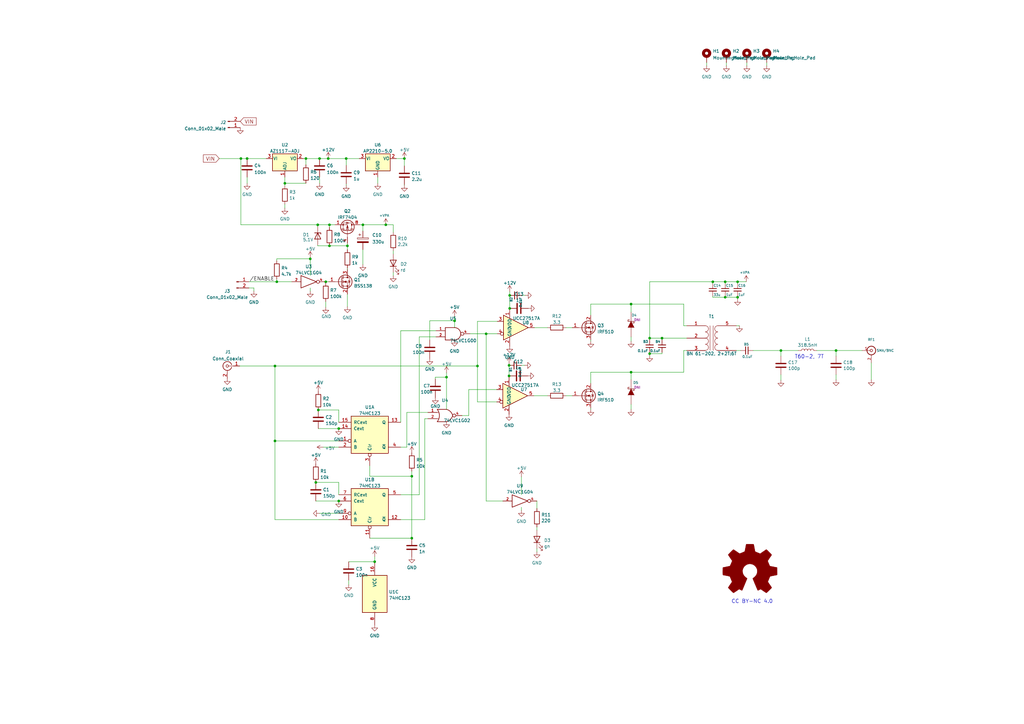
<source format=kicad_sch>
(kicad_sch (version 20230121) (generator eeschema)
  (paper "A3")
  (title_block (title "Digital PA") (date "2023-09-09") (rev "2.0") (company "Henning Paul DC4HP, hnch@gmx.net") (comment 1 "Licensed under CC BY-NC 4.0") (comment 2 "https://creativecommons.org/licenses/by-nc/4.0/"))
  (lib_symbols
    (symbol "74xGxx:74LVC1G00" (pin_names (offset 1.016))
      (property "Reference" "U" (at -2.54 3.81 0))
      (property "Value" "74LVC1G00" (at 0 -3.81 0))
      (symbol "74LVC1G00_1_1"
        (pin input line (at -7.62 1.27 0) (length 3.81) (name "~") (number "1"))
        (pin input line (at -7.62 -1.27 0) (length 3.81) (name "~") (number "2"))
        (pin power_in line (at 0 -2.54 270) (length 0) hide (name "GND") (number "3"))
        (pin output inverted (at 6.35 0 180) (length 3.81) (name "~") (number "4"))
        (pin power_in line (at 0 2.54 90) (length 0) hide (name "VCC") (number "5"))
      )
    )
    (symbol "74xGxx:74LVC1G02" (pin_names (offset 1.016))
      (property "Reference" "U" (at -2.54 3.81 0))
      (property "Value" "74LVC1G02" (at 0 -3.81 0))
      (symbol "74LVC1G02_1_1"
        (pin input line (at -7.62 1.27 0) (length 3.81) (name "~") (number "1"))
        (pin input line (at -7.62 -1.27 0) (length 3.81) (name "~") (number "2"))
        (pin power_in line (at 0 -2.54 270) (length 0) hide (name "GND") (number "3"))
        (pin output inverted (at 6.35 0 180) (length 3.81) (name "~") (number "4"))
        (pin power_in line (at 0 2.54 90) (length 0) hide (name "VCC") (number "5"))
      )
    )
    (symbol "74xGxx:74LVC1G04" (pin_names (offset 1.016))
      (property "Reference" "U" (at -2.54 3.81 0))
      (property "Value" "74LVC1G04" (at 0 -3.81 0))
      (symbol "74LVC1G04_1_1"
        (pin input line (at -7.62 0 0) (length 3.81) (name "~") (number "2"))
        (pin power_in line (at 0 -2.54 270) (length 0) hide (name "GND") (number "3"))
        (pin output inverted (at 6.35 0 180) (length 3.81) (name "~") (number "4"))
        (pin power_in line (at 0 2.54 90) (length 0) hide (name "VCC") (number "5"))
      )
    )
    (symbol "74xx:74HC123" (pin_names (offset 1.016))
      (property "Reference" "U" (at -7.62 8.89 0))
      (property "Value" "74HC123" (at -7.62 -8.89 0))
      (symbol "74HC123_1_0"
        (pin input inverted (at -12.7 -2.54 0) (length 5.08) (name "A") (number "1"))
        (pin output line (at 12.7 5.08 180) (length 5.08) (name "Q") (number "13"))
        (pin input line (at -12.7 2.54 0) (length 5.08) (name "Cext") (number "14"))
        (pin input line (at -12.7 5.08 0) (length 5.08) (name "RCext") (number "15"))
        (pin input line (at -12.7 -5.08 0) (length 5.08) (name "B") (number "2"))
        (pin input inverted (at 0 -12.7 90) (length 5.08) (name "Clr") (number "3"))
        (pin output line (at 12.7 -5.08 180) (length 5.08) (name "~{Q}") (number "4"))
      )
      (symbol "74HC123_2_0"
        (pin input line (at -12.7 -5.08 0) (length 5.08) (name "B") (number "10"))
        (pin input inverted (at 0 -12.7 90) (length 5.08) (name "Clr") (number "11"))
        (pin output line (at 12.7 -5.08 180) (length 5.08) (name "~{Q}") (number "12"))
        (pin output line (at 12.7 5.08 180) (length 5.08) (name "Q") (number "5"))
        (pin input line (at -12.7 2.54 0) (length 5.08) (name "Cext") (number "6"))
        (pin input line (at -12.7 5.08 0) (length 5.08) (name "RCext") (number "7"))
        (pin input inverted (at -12.7 -2.54 0) (length 5.08) (name "A") (number "9"))
      )
      (symbol "74HC123_3_0"
        (pin power_in line (at 0 12.7 270) (length 5.08) (name "VCC") (number "16"))
        (pin power_in line (at 0 -12.7 90) (length 5.08) (name "GND") (number "8"))
      )
    )
    (symbol "Connector:Conn_01x02_Male" (pin_names (offset 1.016) hide)
      (property "Reference" "J" (at 0 2.54 0))
      (property "Value" "Conn_01x02_Male" (at 0 -5.08 0))
      (symbol "Conn_01x02_Male_1_1"
        (pin passive line (at 5.08 0 180) (length 3.81) (name "Pin_1") (number "1"))
        (pin passive line (at 5.08 -2.54 180) (length 3.81) (name "Pin_2") (number "2"))
      )
    )
    (symbol "Connector:Conn_Coaxial" (pin_names (offset 1.016) hide)
      (property "Reference" "J" (at 0.254 3.048 0))
      (property "Value" "Conn_Coaxial" (at 2.921 0 90))
      (symbol "Conn_Coaxial_1_1"
        (pin passive line (at -5.08 0 0) (length 2.54) (name "In") (number "1"))
        (pin passive line (at 0 -5.08 90) (length 2.54) (name "Ext") (number "2"))
      )
    )
    (symbol "Device:C" (pin_numbers hide) (pin_names (offset 0.254))
      (property "Reference" "C" (at 0.635 2.54 0))
      (property "Value" "C" (at 0.635 -2.54 0))
      (symbol "C_1_1"
        (pin passive line (at 0 3.81 270) (length 2.794) (name "~") (number "1"))
        (pin passive line (at 0 -3.81 90) (length 2.794) (name "~") (number "2"))
      )
    )
    (symbol "Device:C_Polarized" (pin_numbers hide) (pin_names (offset 0.254))
      (property "Reference" "C" (at 0.635 2.54 0))
      (property "Value" "C_Polarized" (at 0.635 -2.54 0))
      (symbol "C_Polarized_1_1"
        (pin passive line (at 0 3.81 270) (length 2.794) (name "~") (number "1"))
        (pin passive line (at 0 -3.81 90) (length 2.794) (name "~") (number "2"))
      )
    )
    (symbol "Device:D_Zener" (pin_numbers hide) (pin_names (offset 1.016) hide)
      (property "Reference" "D" (at 0 2.54 0))
      (property "Value" "D_Zener" (at 0 -2.54 0))
      (symbol "D_Zener_1_1"
        (pin passive line (at -3.81 0 0) (length 2.54) (name "K") (number "1"))
        (pin passive line (at 3.81 0 180) (length 2.54) (name "A") (number "2"))
      )
    )
    (symbol "Device:L" (pin_numbers hide) (pin_names (offset 1.016) hide)
      (property "Reference" "L" (at -1.27 0 90))
      (property "Value" "L" (at 1.905 0 90))
      (symbol "L_1_1"
        (pin passive line (at 0 3.81 270) (length 1.27) (name "1") (number "1"))
        (pin passive line (at 0 -3.81 90) (length 1.27) (name "2") (number "2"))
      )
    )
    (symbol "Device:LED" (pin_numbers hide) (pin_names (offset 1.016) hide)
      (property "Reference" "D" (at 0 2.54 0))
      (property "Value" "LED" (at 0 -2.54 0))
      (symbol "LED_1_1"
        (pin passive line (at -3.81 0 0) (length 2.54) (name "K") (number "1"))
        (pin passive line (at 3.81 0 180) (length 2.54) (name "A") (number "2"))
      )
    )
    (symbol "Device:Q_NMOS_GDS" (pin_names (offset 0) hide)
      (property "Reference" "Q" (at 5.08 1.27 0))
      (property "Value" "Q_NMOS_GDS" (at 5.08 -1.27 0))
      (symbol "Q_NMOS_GDS_1_1"
        (pin input line (at -5.08 0 0) (length 2.54) (name "G") (number "1"))
        (pin passive line (at 2.54 5.08 270) (length 2.54) (name "D") (number "2"))
        (pin passive line (at 2.54 -5.08 90) (length 2.54) (name "S") (number "3"))
      )
    )
    (symbol "Device:R" (pin_numbers hide) (pin_names (offset 0))
      (property "Reference" "R" (at 2.032 0 90))
      (property "Value" "R" (at 0 0 90))
      (symbol "R_1_1"
        (pin passive line (at 0 3.81 270) (length 1.27) (name "~") (number "1"))
        (pin passive line (at 0 -3.81 90) (length 1.27) (name "~") (number "2"))
      )
    )
    (symbol "Graphic:Logo_Open_Hardware_Large" (in_bom no) (on_board no))
    (symbol "Mechanical:MountingHole_Pad" (pin_numbers hide) (pin_names (offset 1.016) hide)
      (property "Reference" "H" (at 0 6.35 0))
      (property "Value" "MountingHole_Pad" (at 0 4.445 0))
      (symbol "MountingHole_Pad_1_1"
        (pin input line (at 0 -2.54 90) (length 2.54) (name "1") (number "1"))
      )
    )
    (symbol "Regulator_Linear:AZ1117-ADJ" (pin_names (offset 0.254))
      (property "Reference" "U" (at -3.81 3.175 0))
      (property "Value" "AZ1117-ADJ" (at 0 3.175 0))
      (symbol "AZ1117-ADJ_1_1"
        (pin input line (at 0 -7.62 90) (length 2.54) (name "ADJ") (number "1"))
        (pin power_out line (at 7.62 0 180) (length 2.54) (name "VO") (number "2"))
        (pin power_in line (at -7.62 0 0) (length 2.54) (name "VI") (number "3"))
      )
    )
    (symbol "Regulator_Linear:MCP1703A-5002_SOT23" (pin_names (offset 0.254))
      (property "Reference" "U" (at -3.81 3.175 0))
      (property "Value" "MCP1703A-5002_SOT23" (at 0 3.175 0))
      (symbol "MCP1703A-5002_SOT23_1_1"
        (pin power_in line (at 0 -7.62 90) (length 2.54) (name "GND") (number "1"))
        (pin power_out line (at 7.62 0 180) (length 2.54) (name "VO") (number "2"))
        (pin power_in line (at -7.62 0 0) (length 2.54) (name "VI") (number "3"))
      )
    )
    (symbol "Transistor_FET:BSS138" (pin_names hide)
      (property "Reference" "Q" (at 5.08 1.905 0))
      (property "Value" "BSS138" (at 5.08 0 0))
      (symbol "BSS138_1_1"
        (pin input line (at -5.08 0 0) (length 2.54) (name "G") (number "1"))
        (pin passive line (at 2.54 -5.08 90) (length 2.54) (name "S") (number "2"))
        (pin passive line (at 2.54 5.08 270) (length 2.54) (name "D") (number "3"))
      )
    )
    (symbol "Transistor_FET:IRF7404" (pin_names hide)
      (property "Reference" "Q" (at 5.08 1.905 0))
      (property "Value" "IRF7404" (at 5.08 0 0))
      (symbol "IRF7404_1_1"
        (pin passive line (at 2.54 -5.08 90) (length 2.54) (name "S") (number "1"))
        (pin passive line (at 2.54 -5.08 90) (length 2.54) hide (name "S") (number "2"))
        (pin passive line (at 2.54 -5.08 90) (length 2.54) hide (name "S") (number "3"))
        (pin passive line (at -5.08 0 0) (length 2.54) (name "G") (number "4"))
        (pin passive line (at 2.54 5.08 270) (length 2.54) hide (name "D") (number "5"))
        (pin passive line (at 2.54 5.08 270) (length 2.54) hide (name "D") (number "6"))
        (pin passive line (at 2.54 5.08 270) (length 2.54) hide (name "D") (number "7"))
        (pin passive line (at 2.54 5.08 270) (length 2.54) (name "D") (number "8"))
      )
    )
    (symbol "adrf:FAN3100" (pin_names (offset 0.127))
      (property "Reference" "U" (at 0 6.35 0))
      (property "Value" "FAN3100" (at 0 3.81 0))
      (symbol "FAN3100_1_1"
        (pin power_in line (at -2.54 7.62 270) (length 3.81) (name "VDD") (number "1"))
        (pin power_in line (at -2.54 -7.62 90) (length 3.81) (name "GND") (number "2"))
        (pin input line (at -7.62 2.54 0) (length 2.54) (name "~") (number "3"))
        (pin input inverted (at -7.62 -2.54 0) (length 2.54) (name "~") (number "4"))
        (pin output line (at 7.62 0 180) (length 2.54) (name "~") (number "5"))
      )
    )
    (symbol "digital-amp:+VPA" (power) (pin_names (offset 0))
      (property "Value" "+VPA" (at 0 3.556 0))
      (symbol "+VPA_1_1"
        (pin power_in line (at 0 0 90) (length 0) hide (name "+VPA") (number "1"))
      )
    )
    (symbol "digital-amp:BNC" (pin_names (offset 1.016) hide)
      (property "Reference" "P" (at 0.254 3.048 0))
      (property "Value" "BNC" (at 2.794 -1.524 90))
      (symbol "BNC_1_1"
        (pin passive line (at -3.81 0 0) (length 3.302) (name "In") (number "1"))
        (pin passive line (at 0 -5.08 90) (length 3.302) (name "Ext") (number "2"))
      )
    )
    (symbol "digital-amp:C_Small" (pin_numbers hide) (pin_names (offset 0.254) hide)
      (property "Reference" "C" (at 0.254 1.778 0))
      (property "Value" "C_Small" (at 0.254 -2.032 0))
      (symbol "C_Small_1_1"
        (pin passive line (at 0 2.54 270) (length 2.032) (name "~") (number "1"))
        (pin passive line (at 0 -2.54 90) (length 2.032) (name "~") (number "2"))
      )
    )
    (symbol "digital-amp:DIODESCH3" (pin_numbers hide) (pin_names (offset 1.016) hide)
      (property "Reference" "D" (at 0 2.54 0))
      (property "Value" "DIODESCH3" (at 0 -2.54 0))
      (symbol "DIODESCH3_1_1"
        (pin passive line (at 5.08 0 180) (length 3.81) (name "K") (number "1"))
        (pin passive line (at -5.08 0 0) (length 3.81) (name "A") (number "2"))
      )
    )
    (symbol "digital-amp:GND" (power) (pin_names (offset 0))
      (property "Value" "GND" (at 0 -3.81 0))
      (symbol "GND_1_1"
        (pin power_in line (at 0 0 270) (length 0) hide (name "GND") (number "1"))
      )
    )
    (symbol "digital-amp:TRANSF4CT" (pin_names (offset 1.016) hide)
      (property "Reference" "T" (at 0 6.35 0))
      (property "Value" "TRANSF4CT" (at 0 -7.62 0))
      (symbol "TRANSF4CT_1_1"
        (pin passive line (at -10.16 5.08 0) (length 7.62) (name "PR1") (number "1"))
        (pin passive line (at -10.16 0 0) (length 7.62) (name "PM") (number "2"))
        (pin passive line (at -10.16 -5.08 0) (length 7.62) (name "PR2") (number "3"))
        (pin passive line (at 10.16 -5.08 180) (length 7.62) (name "S2") (number "4"))
        (pin passive line (at 10.16 5.08 180) (length 7.62) (name "S1") (number "5"))
      )
    )
    (symbol "power:+12V" (power) (pin_names (offset 0))
      (property "Value" "+12V" (at 0 3.556 0))
      (symbol "+12V_1_1"
        (pin power_in line (at 0 0 90) (length 0) hide (name "+12V") (number "1"))
      )
    )
    (symbol "power:+5V" (power) (pin_names (offset 0))
      (property "Value" "+5V" (at 0 3.556 0))
      (symbol "+5V_1_1"
        (pin power_in line (at 0 0 90) (length 0) hide (name "+5V") (number "1"))
      )
    )
    (symbol "power:GND" (power) (pin_names (offset 0))
      (property "Value" "GND" (at 0 -3.81 0))
      (symbol "GND_1_1"
        (pin power_in line (at 0 0 270) (length 0) hide (name "GND") (number "1"))
      )
    )
  )
  (junction (at 209.042 126.492))
  (junction (at 113.538 115.57))
  (junction (at 101.346 65.024))
  (junction (at 297.434 121.92))
  (junction (at 112.776 180.848))
  (junction (at 302.514 115.57))
  (junction (at 199.39 136.906))
  (junction (at 129.54 197.866))
  (junction (at 130.556 168.148))
  (junction (at 134.62 65.024))
  (junction (at 168.91 220.726))
  (junction (at 168.91 195.326))
  (junction (at 153.67 230.378))
  (junction (at 138.938 175.768))
  (junction (at 125.476 65.024))
  (junction (at 320.294 143.764))
  (junction (at 141.986 65.024))
  (junction (at 266.446 138.684))
  (junction (at 292.354 115.57))
  (junction (at 209.042 121.158))
  (junction (at 297.434 115.57))
  (junction (at 208.788 149.86))
  (junction (at 208.788 154.178))
  (junction (at 131.064 65.024))
  (junction (at 127.254 106.172))
  (junction (at 195.834 150.114))
  (junction (at 135.128 100.838))
  (junction (at 186.436 131.572))
  (junction (at 112.776 150.114))
  (junction (at 165.862 65.024))
  (junction (at 158.242 92.202))
  (junction (at 258.826 152.654))
  (junction (at 98.806 65.024))
  (junction (at 138.938 205.486))
  (junction (at 142.494 100.838))
  (junction (at 258.826 124.714))
  (junction (at 342.9 143.764))
  (junction (at 116.84 75.184))
  (junction (at 271.526 138.684))
  (junction (at 130.302 92.202))
  (junction (at 266.446 145.034))
  (junction (at 183.134 154.686))
  (junction (at 133.604 115.57))
  (junction (at 135.128 92.202))
  (junction (at 302.514 121.92))
  (junction (at 148.844 92.202))
  (wire (pts (xy 209.042 121.158) (xy 209.042 126.492)))
  (wire (pts (xy 189.484 170.434) (xy 192.278 170.434)))
  (wire (pts (xy 113.538 115.57) (xy 119.634 115.57)))
  (wire (pts (xy 164.338 183.388) (xy 166.878 183.388)))
  (wire (pts (xy 131.064 65.024) (xy 125.476 65.024)))
  (wire (pts (xy 116.84 76.2) (xy 116.84 75.184)))
  (wire (pts (xy 175.514 171.704) (xy 174.244 171.704)))
  (wire (pts (xy 116.84 75.184) (xy 116.84 72.644)))
  (wire (pts (xy 164.338 135.636) (xy 178.816 135.636)))
  (wire (pts (xy 271.526 145.034) (xy 271.526 144.526)))
  (wire (pts (xy 135.128 100.838) (xy 142.494 100.838)))
  (wire (pts (xy 297.942 25.654) (xy 297.942 26.924)))
  (wire (pts (xy 266.446 139.446) (xy 266.446 138.684)))
  (wire (pts (xy 258.826 139.954) (xy 258.826 138.176)))
  (wire (pts (xy 271.526 139.446) (xy 271.526 138.684)))
  (wire (pts (xy 154.94 72.644) (xy 154.94 75.184)))
  (wire (pts (xy 148.844 92.202) (xy 158.242 92.202)))
  (wire (pts (xy 133.604 115.57) (xy 133.604 116.078)))
  (wire (pts (xy 127.254 105.664) (xy 127.254 106.172)))
  (wire (pts (xy 342.9 143.764) (xy 342.9 146.05)))
  (wire (pts (xy 195.834 164.846) (xy 203.708 164.846)))
  (wire (pts (xy 135.128 92.202) (xy 135.128 93.218)))
  (wire (pts (xy 98.298 150.114) (xy 112.776 150.114)))
  (wire (pts (xy 335.026 143.764) (xy 342.9 143.764)))
  (wire (pts (xy 242.316 152.654) (xy 258.826 152.654)))
  (wire (pts (xy 130.556 175.768) (xy 138.938 175.768)))
  (wire (pts (xy 135.128 92.202) (xy 137.414 92.202)))
  (wire (pts (xy 308.864 143.764) (xy 320.294 143.764)))
  (wire (pts (xy 297.434 115.57) (xy 302.514 115.57)))
  (wire (pts (xy 192.786 136.906) (xy 199.39 136.906)))
  (wire (pts (xy 258.826 124.714) (xy 280.416 124.714)))
  (wire (pts (xy 104.14 119.38) (xy 104.14 118.11)))
  (wire (pts (xy 302.514 121.412) (xy 302.514 121.92)))
  (wire (pts (xy 168.91 195.326) (xy 151.638 195.326)))
  (wire (pts (xy 292.354 115.57) (xy 297.434 115.57)))
  (wire (pts (xy 176.276 139.446) (xy 176.276 131.572)))
  (wire (pts (xy 174.244 213.106) (xy 164.338 213.106)))
  (wire (pts (xy 178.562 154.686) (xy 183.134 154.686)))
  (wire (pts (xy 98.806 65.024) (xy 98.806 92.202)))
  (wire (pts (xy 302.514 115.57) (xy 302.514 116.332)))
  (wire (pts (xy 113.538 114.554) (xy 113.538 115.57)))
  (wire (pts (xy 112.776 180.848) (xy 112.776 150.114)))
  (wire (pts (xy 168.91 193.294) (xy 168.91 195.326)))
  (wire (pts (xy 166.878 169.164) (xy 166.878 183.388)))
  (wire (pts (xy 165.862 65.024) (xy 165.862 68.072)))
  (wire (pts (xy 134.874 115.57) (xy 133.604 115.57)))
  (wire (pts (xy 292.354 121.92) (xy 297.434 121.92)))
  (wire (pts (xy 258.826 155.702) (xy 258.826 152.654)))
  (wire (pts (xy 357.378 155.702) (xy 357.378 148.844)))
  (wire (pts (xy 131.064 210.566) (xy 138.938 210.566)))
  (wire (pts (xy 142.494 99.822) (xy 142.494 100.838)))
  (wire (pts (xy 242.316 124.714) (xy 258.826 124.714)))
  (wire (pts (xy 242.316 139.446) (xy 242.316 139.954)))
  (wire (pts (xy 280.416 143.764) (xy 280.416 152.654)))
  (wire (pts (xy 138.938 168.148) (xy 138.938 173.228)))
  (wire (pts (xy 214.122 121.158) (xy 215.392 121.158)))
  (wire (pts (xy 266.446 138.684) (xy 271.526 138.684)))
  (wire (pts (xy 151.638 220.726) (xy 168.91 220.726)))
  (wire (pts (xy 141.986 75.438) (xy 141.986 75.946)))
  (wire (pts (xy 306.324 25.654) (xy 306.324 26.924)))
  (wire (pts (xy 153.67 228.346) (xy 153.67 230.378)))
  (wire (pts (xy 271.526 138.684) (xy 281.686 138.684)))
  (wire (pts (xy 242.316 157.226) (xy 242.316 152.654)))
  (wire (pts (xy 171.958 138.176) (xy 171.958 202.946)))
  (wire (pts (xy 171.958 202.946) (xy 164.338 202.946)))
  (wire (pts (xy 183.134 154.686) (xy 183.134 167.894)))
  (wire (pts (xy 297.434 121.412) (xy 297.434 121.92)))
  (wire (pts (xy 297.434 116.332) (xy 297.434 115.57)))
  (wire (pts (xy 148.844 102.362) (xy 148.844 108.458)))
  (wire (pts (xy 302.006 143.764) (xy 303.784 143.764)))
  (wire (pts (xy 141.986 65.024) (xy 141.986 67.818)))
  (wire (pts (xy 320.294 143.764) (xy 327.406 143.764)))
  (wire (pts (xy 195.834 131.826) (xy 195.834 150.114)))
  (wire (pts (xy 130.556 168.148) (xy 138.938 168.148)))
  (wire (pts (xy 199.39 136.906) (xy 203.962 136.906)))
  (wire (pts (xy 258.826 128.016) (xy 258.826 124.714)))
  (wire (pts (xy 289.814 25.654) (xy 289.814 26.924)))
  (wire (pts (xy 147.574 92.202) (xy 148.844 92.202)))
  (wire (pts (xy 208.788 154.178) (xy 208.788 154.686)))
  (wire (pts (xy 292.354 115.57) (xy 292.354 116.332)))
  (wire (pts (xy 142.494 125.73) (xy 142.494 120.65)))
  (wire (pts (xy 148.844 94.742) (xy 148.844 92.202)))
  (wire (pts (xy 258.826 152.654) (xy 280.416 152.654)))
  (wire (pts (xy 209.042 119.634) (xy 209.042 121.158)))
  (wire (pts (xy 302.514 115.57) (xy 306.07 115.57)))
  (wire (pts (xy 186.436 131.572) (xy 186.436 134.366)))
  (wire (pts (xy 161.29 111.76) (xy 161.29 113.03)))
  (wire (pts (xy 258.826 167.894) (xy 258.826 165.862)))
  (wire (pts (xy 220.218 216.154) (xy 220.218 217.424)))
  (wire (pts (xy 266.446 145.034) (xy 271.526 145.034)))
  (wire (pts (xy 161.29 102.87) (xy 161.29 104.14)))
  (wire (pts (xy 213.868 195.58) (xy 213.868 202.946)))
  (wire (pts (xy 266.446 115.57) (xy 292.354 115.57)))
  (wire (pts (xy 116.84 85.344) (xy 116.84 83.82)))
  (wire (pts (xy 98.806 92.202) (xy 130.302 92.202)))
  (wire (pts (xy 320.294 146.05) (xy 320.294 143.764)))
  (wire (pts (xy 89.916 65.024) (xy 98.806 65.024)))
  (wire (pts (xy 302.006 133.604) (xy 303.276 133.604)))
  (wire (pts (xy 133.604 123.698) (xy 133.604 125.984)))
  (wire (pts (xy 342.9 143.764) (xy 353.568 143.764)))
  (wire (pts (xy 112.776 180.848) (xy 112.776 213.106)))
  (wire (pts (xy 195.834 131.826) (xy 203.962 131.826)))
  (wire (pts (xy 178.562 154.686) (xy 178.562 155.448)))
  (wire (pts (xy 302.514 121.92) (xy 302.514 122.682)))
  (wire (pts (xy 165.862 75.692) (xy 165.862 75.946)))
  (wire (pts (xy 143.002 237.998) (xy 143.002 239.776)))
  (wire (pts (xy 213.868 208.026) (xy 213.868 209.296)))
  (wire (pts (xy 158.242 92.202) (xy 161.29 92.202)))
  (wire (pts (xy 242.316 129.286) (xy 242.316 124.714)))
  (wire (pts (xy 192.278 159.766) (xy 203.708 159.766)))
  (wire (pts (xy 220.218 205.486) (xy 220.218 208.534)))
  (wire (pts (xy 142.494 110.49) (xy 142.494 109.982)))
  (wire (pts (xy 161.29 92.202) (xy 161.29 95.25)))
  (wire (pts (xy 192.278 170.434) (xy 192.278 159.766)))
  (wire (pts (xy 131.064 72.644) (xy 131.064 75.184)))
  (wire (pts (xy 174.244 171.704) (xy 174.244 213.106)))
  (wire (pts (xy 104.14 118.11) (xy 102.108 118.11)))
  (wire (pts (xy 232.156 162.306) (xy 234.696 162.306)))
  (wire (pts (xy 218.948 162.306) (xy 224.536 162.306)))
  (wire (pts (xy 320.294 153.67) (xy 320.294 155.956)))
  (wire (pts (xy 208.788 149.098) (xy 208.788 149.86)))
  (wire (pts (xy 130.302 92.202) (xy 130.302 92.964)))
  (wire (pts (xy 164.338 173.228) (xy 164.338 135.636)))
  (wire (pts (xy 102.108 115.57) (xy 113.538 115.57)))
  (wire (pts (xy 125.476 65.024) (xy 125.476 67.564)))
  (wire (pts (xy 195.834 150.114) (xy 195.834 164.846)))
  (wire (pts (xy 168.91 220.726) (xy 168.91 195.326)))
  (wire (pts (xy 297.434 121.92) (xy 302.514 121.92)))
  (wire (pts (xy 112.776 150.114) (xy 195.834 150.114)))
  (wire (pts (xy 101.346 72.644) (xy 101.346 75.184)))
  (wire (pts (xy 280.416 143.764) (xy 281.686 143.764)))
  (wire (pts (xy 151.638 195.326) (xy 151.638 191.008)))
  (wire (pts (xy 266.446 145.034) (xy 266.446 145.796)))
  (wire (pts (xy 127.254 106.172) (xy 127.254 113.03)))
  (wire (pts (xy 141.986 65.024) (xy 147.32 65.024)))
  (wire (pts (xy 130.302 100.838) (xy 135.128 100.838)))
  (wire (pts (xy 314.452 25.654) (xy 314.452 26.924)))
  (wire (pts (xy 134.62 65.024) (xy 141.986 65.024)))
  (wire (pts (xy 130.302 92.202) (xy 135.128 92.202)))
  (wire (pts (xy 125.476 65.024) (xy 124.46 65.024)))
  (wire (pts (xy 130.302 100.838) (xy 130.302 100.584)))
  (wire (pts (xy 113.538 106.934) (xy 113.538 106.172)))
  (wire (pts (xy 101.346 65.024) (xy 109.22 65.024)))
  (wire (pts (xy 171.958 138.176) (xy 178.816 138.176)))
  (wire (pts (xy 176.276 131.572) (xy 186.436 131.572)))
  (wire (pts (xy 132.588 183.388) (xy 138.938 183.388)))
  (wire (pts (xy 232.156 134.366) (xy 234.696 134.366)))
  (wire (pts (xy 280.416 133.604) (xy 281.686 133.604)))
  (wire (pts (xy 199.39 205.486) (xy 206.248 205.486)))
  (wire (pts (xy 213.868 149.86) (xy 215.138 149.86)))
  (wire (pts (xy 209.042 126.492) (xy 209.042 126.746)))
  (wire (pts (xy 129.54 197.866) (xy 138.938 197.866)))
  (wire (pts (xy 127.254 118.11) (xy 127.254 119.38)))
  (wire (pts (xy 266.446 115.57) (xy 266.446 138.684)))
  (wire (pts (xy 280.416 124.714) (xy 280.416 133.604)))
  (wire (pts (xy 138.938 197.866) (xy 138.938 202.946)))
  (wire (pts (xy 208.788 149.86) (xy 208.788 154.178)))
  (wire (pts (xy 166.878 169.164) (xy 175.514 169.164)))
  (wire (pts (xy 98.806 65.024) (xy 101.346 65.024)))
  (wire (pts (xy 242.316 167.386) (xy 242.316 167.894)))
  (wire (pts (xy 142.494 102.362) (xy 142.494 100.838)))
  (wire (pts (xy 112.776 213.106) (xy 138.938 213.106)))
  (wire (pts (xy 143.002 230.378) (xy 153.67 230.378)))
  (wire (pts (xy 186.436 129.794) (xy 186.436 131.572)))
  (wire (pts (xy 131.064 65.024) (xy 134.62 65.024)))
  (wire (pts (xy 219.202 134.366) (xy 224.536 134.366)))
  (wire (pts (xy 183.134 152.908) (xy 183.134 154.686)))
  (wire (pts (xy 113.538 106.172) (xy 127.254 106.172)))
  (wire (pts (xy 220.218 225.044) (xy 220.218 226.314)))
  (wire (pts (xy 116.84 75.184) (xy 125.476 75.184)))
  (wire (pts (xy 266.446 144.526) (xy 266.446 145.034)))
  (wire (pts (xy 153.67 230.378) (xy 153.67 230.886)))
  (wire (pts (xy 199.39 136.906) (xy 199.39 205.486)))
  (wire (pts (xy 129.54 205.486) (xy 138.938 205.486)))
  (wire (pts (xy 342.9 153.67) (xy 342.9 155.702)))
  (wire (pts (xy 112.776 180.848) (xy 138.938 180.848)))
  (wire (pts (xy 162.56 65.024) (xy 165.862 65.024)))
  (wire (pts (xy 292.354 121.412) (xy 292.354 121.92)))
  (text "CC BY-NC 4.0" (at 299.974 247.65 0) (effects (font (size 1.524 1.524)) (justify left bottom)))
  (text "T60-2, 7T" (at 325.882 147.32 0) (effects (font (size 1.524 1.524)) (justify left bottom)))
  (label "{slash}ENABLE" (at 102.362 115.57 0) (effects (font (size 1.524 1.524))))
  (global_label "VIN" (shape input) (at 89.916 65.024 180) (effects (font (size 1.524 1.524))) (property "Intersheetrefs" "${INTERSHEET_REFS}" (effects hide)) (property "Referenzen zwischen Schaltplänen" "${INTERSHEET_REFS}" (effects hide)))
  (global_label "VIN" (shape input) (at 98.552 49.784 0) (effects (font (size 1.524 1.524))) (property "Intersheetrefs" "${INTERSHEET_REFS}" (effects hide)) (property "Referenzen zwischen Schaltplänen" "${INTERSHEET_REFS}" (effects hide)))
  (symbol (lib_id "digital-amp:GND") (at 176.276 147.066 0) (unit 1)
    (property "Reference" "#PWR020" (effects hide))
    (property "Value" "GND" (at 174.244 151.384 0) (effects (justify left)))
  )
  (symbol (lib_id "Device:C") (at 212.852 126.492 90) (unit 1)
    (property "Reference" "C13" (at 212.852 120.6332 90))
    (property "Value" "1n" (at 212.852 123.1701 90))
    (property "Footprint" "Capacitor_SMD:C_0402_1005Metric" (effects hide))
  )
  (symbol (lib_id "power:GND") (at 131.064 210.566 270) (unit 1)
    (property "Reference" "#PWR04" (effects hide))
    (property "Value" "GND" (at 131.699 210.9998 90) (effects (justify left)))
  )
  (symbol (lib_id "power:GND") (at 168.91 228.346 0) (unit 1)
    (property "Reference" "#PWR016" (effects hide))
    (property "Value" "GND" (at 168.91 232.7894 0))
  )
  (symbol (lib_id "Device:R") (at 130.556 164.338 0) (unit 1)
    (property "Reference" "R2" (at 132.334 163.5033 0) (effects (justify left)))
    (property "Value" "10k" (at 132.334 166.0402 0) (effects (justify left)))
    (property "Footprint" "Resistor_SMD:R_0603_1608Metric" (effects hide))
  )
  (symbol (lib_id "digital-amp:+VPA") (at 158.242 92.202 0) (unit 1)
    (property "Reference" "#PWR032" (effects hide))
    (property "Value" "+VPA" (at 157.607 88.392 0) (effects (font (size 0.9906 0.9906))))
  )
  (symbol (lib_id "power:GND") (at 215.392 121.158 90) (unit 1)
    (property "Reference" "#PWR043" (effects hide))
    (property "Value" "GND" (effects hide))
  )
  (symbol (lib_id "power:+5V") (at 130.556 160.528 0) (unit 1)
    (property "Reference" "#PWR03" (effects hide))
    (property "Value" "+5V" (at 130.556 156.9522 0))
  )
  (symbol (lib_id "digital-amp:GND") (at 161.29 113.03 0) (unit 1)
    (property "Reference" "#PWR033" (effects hide))
    (property "Value" "GND" (at 161.29 117.5925 0))
  )
  (symbol (lib_id "power:+5V") (at 183.134 152.908 0) (unit 1)
    (property "Reference" "#PWR024" (effects hide))
    (property "Value" "+5V" (at 183.134 149.3322 0))
  )
  (symbol (lib_id "power:GND") (at 266.446 145.796 0) (unit 1)
    (property "Reference" "#PWR051" (effects hide))
    (property "Value" "GND" (effects hide))
  )
  (symbol (lib_id "Device:L") (at 331.216 143.764 90) (unit 1)
    (property "Reference" "L1" (at 331.216 139.1144 90))
    (property "Value" "318.5nH" (at 331.216 141.5386 90))
    (property "Footprint" "Inductor_THT:L_Toroid_Vertical_L21.6mm_W8.4mm_P8.38mm_Pulse_G" (effects hide))
  )
  (symbol (lib_id "digital-amp:GND") (at 131.064 75.184 0) (unit 1)
    (property "Reference" "#PWR021" (effects hide))
    (property "Value" "GND" (at 131.064 79.7465 0))
  )
  (symbol (lib_id "digital-amp:GND") (at 93.218 155.194 0) (unit 1)
    (property "Reference" "#PWR01" (effects hide))
    (property "Value" "GND" (at 93.218 159.7565 0))
  )
  (symbol (lib_id "digital-amp:GND") (at 213.868 209.296 0) (unit 1)
    (property "Reference" "#PWR041" (effects hide))
    (property "Value" "GND" (at 213.868 213.8585 0))
  )
  (symbol (lib_id "digital-amp:C_Small") (at 292.354 118.872 0) (unit 1)
    (property "Reference" "C14" (at 292.608 117.094 0) (effects (font (size 0.9906 0.9906)) (justify left)))
    (property "Value" "33u" (at 292.608 120.904 0) (effects (font (size 0.9906 0.9906)) (justify left)))
    (property "Footprint" "Capacitor_SMD:C_2220_5650Metric" (effects hide))
  )
  (symbol (lib_id "digital-amp:GND") (at 154.94 75.184 0) (unit 1)
    (property "Reference" "#PWR031" (effects hide))
    (property "Value" "GND" (at 154.94 79.7465 0))
  )
  (symbol (lib_id "power:+5V") (at 186.436 129.794 0) (unit 1)
    (property "Reference" "#PWR026" (effects hide))
    (property "Value" "+5V" (at 186.436 125.984 0))
  )
  (symbol (lib_id "Device:C_Polarized") (at 148.844 98.552 0) (unit 1)
    (property "Reference" "C10" (at 152.654 96.4119 0) (effects (justify left)))
    (property "Value" "330u" (at 152.654 99.187 0) (effects (justify left)))
    (property "Footprint" "Capacitor_THT:CP_Radial_D10.0mm_P5.00mm" (effects hide))
  )
  (symbol (lib_id "Device:LED") (at 220.218 221.234 90) (unit 1)
    (property "Reference" "D3" (at 223.139 221.6094 90) (effects (justify right)))
    (property "Value" "gn" (at 223.139 224.0336 90) (effects (justify right)))
    (property "Footprint" "LED_SMD:LED_0603_1608Metric" (effects hide))
  )
  (symbol (lib_id "digital-amp:GND") (at 186.436 139.446 0) (unit 1)
    (property "Reference" "#PWR027" (effects hide))
    (property "Value" "GND" (at 186.436 144.0085 0))
  )
  (symbol (lib_id "digital-amp:GND") (at 208.788 169.926 0) (unit 1)
    (property "Reference" "#PWR035" (effects hide))
    (property "Value" "GND" (at 208.788 174.4885 0))
  )
  (symbol (lib_id "Device:Q_NMOS_GDS") (at 239.776 134.366 0) (unit 1)
    (property "Reference" "Q3" (at 244.983 133.5313 0) (effects (justify left)))
    (property "Value" "IRF510" (at 244.983 136.0682 0) (effects (justify left)))
    (property "Footprint" "Package_TO_SOT_SMD:TO-263-3_TabPin2" (effects hide))
  )
  (symbol (lib_id "adrf:FAN3100") (at 211.328 162.306 0) (unit 1)
    (property "Reference" "U7" (at 214.884 159.766 0))
    (property "Value" "UCC27517A" (at 215.392 157.988 0))
    (property "Footprint" "Package_TO_SOT_SMD:SOT-23-5" (effects hide))
  )
  (symbol (lib_id "power:+5V") (at 132.588 183.388 90) (unit 1)
    (property "Reference" "#PWR05" (effects hide))
    (property "Value" "+5V" (at 133.223 183.8218 90) (effects (justify right)))
  )
  (symbol (lib_id "power:+12V") (at 208.788 149.098 0) (unit 1)
    (property "Reference" "#PWR034" (effects hide))
    (property "Value" "+12V" (at 208.788 145.5222 0))
  )
  (symbol (lib_id "digital-amp:GND") (at 101.346 75.184 0) (unit 1)
    (property "Reference" "#PWR010" (effects hide))
    (property "Value" "GND" (at 101.346 79.7465 0))
  )
  (symbol (lib_id "Regulator_Linear:AZ1117-ADJ") (at 116.84 65.024 0) (unit 1)
    (property "Reference" "U2" (at 116.84 59.4192 0))
    (property "Value" "AZ1117-ADJ" (at 116.84 61.9561 0))
    (property "Footprint" "Package_TO_SOT_SMD:SOT-223-3_TabPin2" (effects hide))
    (property "Datasheet" "https://www.diodes.com/assets/Datasheets/AZ1117.pdf" (effects hide))
  )
  (symbol (lib_id "power:GND") (at 342.9 155.702 0) (unit 1)
    (property "Reference" "#PWR060" (effects hide))
    (property "Value" "GND" (effects hide))
  )
  (symbol (lib_id "Mechanical:MountingHole_Pad") (at 314.452 23.114 0) (unit 1)
    (property "Reference" "H4" (at 316.992 20.9355 0) (effects (justify left)))
    (property "Value" "MountingHole_Pad" (at 316.992 23.7106 0) (effects (justify left)))
    (property "Footprint" "MountingHole:MountingHole_3.2mm_M3_DIN965_Pad" (effects hide))
  )
  (symbol (lib_id "74xGxx:74LVC1G00") (at 186.436 136.906 0) (unit 1)
    (property "Reference" "U5" (at 185.801 130.6662 0))
    (property "Value" "74LVC1G00" (at 189.992 139.7 0))
    (property "Footprint" "Package_TO_SOT_SMD:TSOT-23-5" (effects hide))
    (property "Datasheet" "http://www.ti.com/lit/sg/scyt129e/scyt129e.pdf" (effects hide))
  )
  (symbol (lib_id "power:GND") (at 306.324 26.924 0) (unit 1)
    (property "Reference" "#PWR057" (effects hide))
    (property "Value" "GND" (at 306.324 31.4865 0))
  )
  (symbol (lib_id "digital-amp:C_Small") (at 211.328 149.86 270) (unit 1)
    (property "Reference" "B1" (at 209.423 150.495 0) (effects (font (size 0.9906 0.9906)) (justify left)))
    (property "Value" "0.1uF" (at 213.233 150.495 0) (effects (font (size 0.9906 0.9906)) (justify left)))
    (property "Footprint" "Capacitor_SMD:C_0603_1608Metric" (effects hide))
  )
  (symbol (lib_id "74xx:74HC123") (at 153.67 243.586 0) (unit 3)
    (property "Reference" "U1" (at 159.512 242.7513 0) (effects (justify left)))
    (property "Value" "74HC123" (at 159.512 245.2882 0) (effects (justify left)))
    (property "Footprint" "Package_SO:TSSOP-16_4.4x5mm_P0.65mm" (effects hide))
    (property "Datasheet" "https://assets.nexperia.com/documents/data-sheet/74HC_HCT123.pdf" (effects hide))
  )
  (symbol (lib_id "Device:C") (at 141.986 71.628 0) (unit 1)
    (property "Reference" "C9" (at 144.907 70.7933 0) (effects (justify left)))
    (property "Value" "1u" (at 144.907 73.3302 0) (effects (justify left)))
    (property "Footprint" "Capacitor_SMD:C_0805_2012Metric" (effects hide))
  )
  (symbol (lib_id "Device:R") (at 220.218 212.344 0) (unit 1)
    (property "Reference" "R11" (at 221.996 211.1319 0) (effects (justify left)))
    (property "Value" "220" (at 221.996 213.5561 0) (effects (justify left)))
    (property "Footprint" "Resistor_SMD:R_0603_1608Metric" (effects hide))
  )
  (symbol (lib_id "Device:R") (at 113.538 110.744 0) (unit 1)
    (property "Reference" "R4" (at 115.316 109.9093 0) (effects (justify left)))
    (property "Value" "4.7k" (at 115.316 112.4462 0) (effects (justify left)))
    (property "Footprint" "Resistor_SMD:R_0603_1608Metric" (effects hide))
  )
  (symbol (lib_id "power:GND") (at 216.408 154.178 90) (unit 1)
    (property "Reference" "#PWR044" (effects hide))
    (property "Value" "GND" (effects hide))
  )
  (symbol (lib_id "Device:R") (at 142.494 106.172 0) (unit 1)
    (property "Reference" "R9" (at 144.272 105.3373 0) (effects (justify left)))
    (property "Value" "1k" (at 144.272 107.8742 0) (effects (justify left)))
    (property "Footprint" "Resistor_SMD:R_0603_1608Metric" (effects hide))
  )
  (symbol (lib_id "digital-amp:TRANSF4CT") (at 291.846 138.684 0) (unit 1)
    (property "Reference" "T1" (at 291.846 129.794 0))
    (property "Value" "BN 61-202, 2+2T:6T" (at 291.846 145.034 0))
    (property "Footprint" "HERMESLITE:BN202V" (effects hide))
  )
  (symbol (lib_id "digital-amp:+VPA") (at 306.07 115.57 0) (unit 1)
    (property "Reference" "#PWR056" (effects hide))
    (property "Value" "+VPA" (at 305.435 111.76 0) (effects (font (size 0.9906 0.9906))))
  )
  (symbol (lib_id "adrf:FAN3100") (at 211.582 134.366 0) (unit 1)
    (property "Reference" "U8" (at 215.646 132.334 0))
    (property "Value" "UCC27517A" (at 215.9 130.556 0))
    (property "Footprint" "Package_TO_SOT_SMD:SOT-23-5" (effects hide))
  )
  (symbol (lib_id "Device:Q_NMOS_GDS") (at 239.776 162.306 0) (unit 1)
    (property "Reference" "Q4" (at 244.983 161.4713 0) (effects (justify left)))
    (property "Value" "IRF510" (at 244.983 164.0082 0) (effects (justify left)))
    (property "Footprint" "Package_TO_SOT_SMD:TO-263-3_TabPin2" (effects hide))
  )
  (symbol (lib_id "digital-amp:C_Small") (at 306.324 143.764 270) (unit 1)
    (property "Reference" "B5" (at 305.054 141.224 90) (effects (font (size 0.9906 0.9906)) (justify left)))
    (property "Value" "0.1uF" (at 304.419 146.304 90) (effects (font (size 0.9906 0.9906)) (justify left)))
    (property "Footprint" "Capacitor_SMD:C_0603_1608Metric" (effects hide))
  )
  (symbol (lib_id "Device:C") (at 168.91 224.536 0) (unit 1)
    (property "Reference" "C5" (at 171.831 223.7013 0) (effects (justify left)))
    (property "Value" "1n" (at 171.831 226.2382 0) (effects (justify left)))
    (property "Footprint" "Capacitor_SMD:C_0603_1608Metric" (effects hide))
  )
  (symbol (lib_id "Mechanical:MountingHole_Pad") (at 297.942 23.114 0) (unit 1)
    (property "Reference" "H2" (at 300.482 20.9355 0) (effects (justify left)))
    (property "Value" "MountingHole_Pad" (at 300.482 23.7106 0) (effects (justify left)))
    (property "Footprint" "MountingHole:MountingHole_3.2mm_M3_DIN965_Pad" (effects hide))
  )
  (symbol (lib_id "Device:C") (at 178.562 159.258 0) (unit 1)
    (property "Reference" "C7" (at 175.006 158.2451 0))
    (property "Value" "100n" (at 175.006 160.782 0))
    (property "Footprint" "Capacitor_SMD:C_0402_1005Metric" (effects hide))
  )
  (symbol (lib_id "digital-amp:C_Small") (at 266.446 141.986 180) (unit 1)
    (property "Reference" "B3" (at 265.811 140.081 0) (effects (font (size 0.9906 0.9906)) (justify left)))
    (property "Value" "0.1uF" (at 265.811 143.891 0) (effects (font (size 0.9906 0.9906)) (justify left)))
    (property "Footprint" "Capacitor_SMD:C_0603_1608Metric" (effects hide))
  )
  (symbol (lib_id "digital-amp:C_Small") (at 302.514 118.872 0) (unit 1)
    (property "Reference" "C16" (at 302.768 117.094 0) (effects (font (size 0.9906 0.9906)) (justify left)))
    (property "Value" "1uF" (at 302.768 120.904 0) (effects (font (size 0.9906 0.9906)) (justify left)))
    (property "Footprint" "Capacitor_SMD:C_0805_2012Metric" (effects hide))
    (property "Ext" "HV" (effects hide))
  )
  (symbol (lib_id "power:+5V") (at 127.254 105.664 0) (unit 1)
    (property "Reference" "#PWR017" (effects hide))
    (property "Value" "+5V" (at 127.254 102.0882 0))
  )
  (symbol (lib_id "power:GND") (at 153.67 256.286 0) (unit 1)
    (property "Reference" "#PWR012" (effects hide))
    (property "Value" "GND" (at 153.67 260.7294 0))
  )
  (symbol (lib_id "Device:C") (at 176.276 143.256 0) (unit 1)
    (property "Reference" "C8" (at 171.704 141.9692 0))
    (property "Value" "100n" (at 171.704 144.5061 0))
    (property "Footprint" "Capacitor_SMD:C_0402_1005Metric" (effects hide))
  )
  (symbol (lib_id "Device:C") (at 131.064 68.834 0) (unit 1)
    (property "Reference" "C6" (at 133.985 67.9255 0) (effects (justify left)))
    (property "Value" "100n" (at 133.985 70.7006 0) (effects (justify left)))
    (property "Footprint" "Capacitor_SMD:C_0603_1608Metric" (effects hide))
  )
  (symbol (lib_id "Graphic:Logo_Open_Hardware_Large") (at 307.594 234.442 0) (unit 1) (in_bom no) (on_board no)
    (property "Reference" "#SYM1" (effects hide))
    (property "Value" "Logo_Open_Hardware_Large" (effects hide))
    (property "Sim.Enable" "0" (effects hide))
  )
  (symbol (lib_id "power:+12V") (at 209.042 119.634 0) (unit 1)
    (property "Reference" "#PWR036" (effects hide))
    (property "Value" "+12V" (at 209.042 116.0582 0))
  )
  (symbol (lib_id "digital-amp:GND") (at 209.042 141.986 0) (unit 1)
    (property "Reference" "#PWR037" (effects hide))
    (property "Value" "GND" (at 209.042 146.5485 0))
  )
  (symbol (lib_id "Device:R") (at 228.346 134.366 270) (unit 1)
    (property "Reference" "R12" (at 228.346 129.6502 90))
    (property "Value" "3.3" (at 228.346 132.1871 90))
    (property "Footprint" "Resistor_SMD:R_0402_1005Metric" (effects hide))
  )
  (symbol (lib_id "Device:C") (at 130.556 171.958 0) (unit 1)
    (property "Reference" "C2" (at 133.477 171.1233 0) (effects (justify left)))
    (property "Value" "150p" (at 133.477 173.6602 0) (effects (justify left)))
    (property "Footprint" "Capacitor_SMD:C_0603_1608Metric" (effects hide))
  )
  (symbol (lib_id "digital-amp:GND") (at 141.986 75.946 0) (unit 1)
    (property "Reference" "#PWR028" (effects hide))
    (property "Value" "GND" (at 141.986 80.5085 0))
  )
  (symbol (lib_id "74xGxx:74LVC1G04") (at 127.254 115.57 0) (unit 1)
    (property "Reference" "U3" (at 126.619 109.3302 0))
    (property "Value" "74LVC1G04" (at 126.619 111.8671 0))
    (property "Footprint" "Package_TO_SOT_SMD:TSOT-23-5" (effects hide))
    (property "Datasheet" "http://www.ti.com/lit/sg/scyt129e/scyt129e.pdf" (effects hide))
  )
  (symbol (lib_id "digital-amp:GND") (at 220.218 226.314 0) (unit 1)
    (property "Reference" "#PWR046" (effects hide))
    (property "Value" "GND" (at 220.218 230.8765 0))
  )
  (symbol (lib_id "power:GND") (at 216.662 126.492 90) (unit 1)
    (property "Reference" "#PWR045" (effects hide))
    (property "Value" "GND" (effects hide))
  )
  (symbol (lib_id "Connector:Conn_Coaxial") (at 93.218 150.114 0) (mirror y) (unit 1)
    (property "Reference" "J1" (at 93.5354 144.3209 0))
    (property "Value" "Conn_Coaxial" (at 93.5354 147.096 0))
    (property "Footprint" "Connector_Coaxial:SMA_Amphenol_901-144_Vertical" (effects hide))
    (property "Datasheet" " ~" (effects hide))
  )
  (symbol (lib_id "74xGxx:74LVC1G04") (at 213.868 205.486 0) (unit 1)
    (property "Reference" "U9" (at 213.233 199.2462 0))
    (property "Value" "74LVC1G04" (at 213.233 201.7831 0))
    (property "Footprint" "Package_TO_SOT_SMD:TSOT-23-5" (effects hide))
    (property "Datasheet" "http://www.ti.com/lit/sg/scyt129e/scyt129e.pdf" (effects hide))
  )
  (symbol (lib_id "Device:R") (at 168.91 189.484 0) (unit 1)
    (property "Reference" "R5" (at 170.688 188.6493 0) (effects (justify left)))
    (property "Value" "10k" (at 170.688 191.1862 0) (effects (justify left)))
    (property "Footprint" "Resistor_SMD:R_0603_1608Metric" (effects hide))
  )
  (symbol (lib_id "74xx:74HC123") (at 151.638 208.026 0) (unit 2)
    (property "Reference" "U1" (at 151.638 196.7062 0))
    (property "Value" "74HC123" (at 151.638 199.2431 0))
    (property "Footprint" "Package_SO:TSSOP-16_4.4x5mm_P0.65mm" (effects hide))
    (property "Datasheet" "https://assets.nexperia.com/documents/data-sheet/74HC_HCT123.pdf" (effects hide))
  )
  (symbol (lib_id "Device:C") (at 320.294 149.86 0) (unit 1)
    (property "Reference" "C17" (at 323.215 148.6479 0) (effects (justify left)))
    (property "Value" "100p" (at 323.215 151.0721 0) (effects (justify left)))
    (property "Footprint" "Capacitor_SMD:C_1206_3216Metric" (effects hide))
  )
  (symbol (lib_id "Transistor_FET:BSS138") (at 139.954 115.57 0) (unit 1)
    (property "Reference" "Q1" (at 145.161 114.7353 0) (effects (justify left)))
    (property "Value" "BSS138" (at 145.161 117.2722 0) (effects (justify left)))
    (property "Footprint" "Package_TO_SOT_SMD:SOT-23" (effects hide))
    (property "Datasheet" "https://www.onsemi.com/pub/Collateral/BSS138-D.PDF" (effects hide))
  )
  (symbol (lib_id "Device:LED") (at 161.29 107.95 90) (unit 1)
    (property "Reference" "D2" (at 164.211 108.3254 90) (effects (justify right)))
    (property "Value" "rd" (at 164.211 110.7496 90) (effects (justify right)))
    (property "Footprint" "LED_SMD:LED_0603_1608Metric" (effects hide))
  )
  (symbol (lib_id "digital-amp:C_Small") (at 271.526 141.986 180) (unit 1)
    (property "Reference" "B4" (at 270.891 140.081 0) (effects (font (size 0.9906 0.9906)) (justify left)))
    (property "Value" "0.1uF" (at 270.891 143.891 0) (effects (font (size 0.9906 0.9906)) (justify left)))
    (property "Footprint" "Capacitor_SMD:C_0603_1608Metric" (effects hide))
  )
  (symbol (lib_id "Device:R") (at 133.604 119.888 0) (unit 1)
    (property "Reference" "R7" (at 135.382 119.0533 0) (effects (justify left)))
    (property "Value" "100k" (at 135.382 121.5902 0) (effects (justify left)))
    (property "Footprint" "Resistor_SMD:R_0603_1608Metric" (effects hide))
  )
  (symbol (lib_id "digital-amp:C_Small") (at 297.434 118.872 0) (unit 1)
    (property "Reference" "C15" (at 297.688 117.094 0) (effects (font (size 0.9906 0.9906)) (justify left)))
    (property "Value" "1uF" (at 297.688 120.904 0) (effects (font (size 0.9906 0.9906)) (justify left)))
    (property "Footprint" "Capacitor_SMD:C_0805_2012Metric" (effects hide))
    (property "Ext" "HV" (effects hide))
  )
  (symbol (lib_id "power:GND") (at 138.938 175.768 0) (unit 1)
    (property "Reference" "#PWR06" (effects hide))
    (property "Value" "GND" (at 138.938 180.2114 0))
  )
  (symbol (lib_id "power:GND") (at 215.138 149.86 90) (unit 1)
    (property "Reference" "#PWR042" (effects hide))
    (property "Value" "GND" (effects hide))
  )
  (symbol (lib_id "power:+5V") (at 165.862 65.024 0) (unit 1)
    (property "Reference" "#PWR038" (effects hide))
    (property "Value" "+5V" (at 165.862 61.4482 0))
  )
  (symbol (lib_id "Mechanical:MountingHole_Pad") (at 306.324 23.114 0) (unit 1)
    (property "Reference" "H3" (at 308.864 20.9355 0) (effects (justify left)))
    (property "Value" "MountingHole_Pad" (at 308.864 23.7106 0) (effects (justify left)))
    (property "Footprint" "MountingHole:MountingHole_3.2mm_M3_DIN965_Pad" (effects hide))
  )
  (symbol (lib_id "Device:R") (at 129.54 194.056 0) (unit 1)
    (property "Reference" "R1" (at 131.318 193.2213 0) (effects (justify left)))
    (property "Value" "10k" (at 131.318 195.7582 0) (effects (justify left)))
    (property "Footprint" "Resistor_SMD:R_0603_1608Metric" (effects hide))
  )
  (symbol (lib_id "digital-amp:GND") (at 183.134 172.974 0) (unit 1)
    (property "Reference" "#PWR025" (effects hide))
    (property "Value" "GND" (at 183.134 177.5365 0))
  )
  (symbol (lib_id "digital-amp:GND") (at 165.862 75.946 0) (unit 1)
    (property "Reference" "#PWR039" (effects hide))
    (property "Value" "GND" (at 165.862 80.5085 0))
  )
  (symbol (lib_id "power:+5V") (at 168.91 185.674 0) (unit 1)
    (property "Reference" "#PWR015" (effects hide))
    (property "Value" "+5V" (at 168.91 182.0982 0))
  )
  (symbol (lib_id "digital-amp:GND") (at 104.14 119.38 0) (unit 1)
    (property "Reference" "#PWR013" (effects hide))
    (property "Value" "GND" (at 104.14 123.9425 0))
  )
  (symbol (lib_id "Device:C") (at 212.598 154.178 90) (unit 1)
    (property "Reference" "C12" (at 212.598 148.3192 90))
    (property "Value" "1n" (at 212.598 150.8561 90))
    (property "Footprint" "Capacitor_SMD:C_0402_1005Metric" (effects hide))
  )
  (symbol (lib_id "power:GND") (at 289.814 26.924 0) (unit 1)
    (property "Reference" "#PWR052" (effects hide))
    (property "Value" "GND" (at 289.814 31.4865 0))
  )
  (symbol (lib_id "power:GND") (at 302.514 122.682 0) (unit 1)
    (property "Reference" "#PWR054" (effects hide))
    (property "Value" "GND" (effects hide))
  )
  (symbol (lib_id "power:GND") (at 320.294 155.956 0) (unit 1)
    (property "Reference" "#PWR059" (effects hide))
    (property "Value" "GND" (effects hide))
  )
  (symbol (lib_id "digital-amp:GND") (at 116.84 85.344 0) (unit 1)
    (property "Reference" "#PWR014" (effects hide))
    (property "Value" "GND" (at 116.84 89.7874 0))
  )
  (symbol (lib_id "Device:R") (at 135.128 97.028 0) (unit 1)
    (property "Reference" "R8" (at 136.906 96.1933 0) (effects (justify left)))
    (property "Value" "100k" (at 136.906 98.7302 0) (effects (justify left)))
    (property "Footprint" "Resistor_SMD:R_0603_1608Metric" (effects hide))
  )
  (symbol (lib_id "power:GND") (at 138.938 205.486 0) (unit 1)
    (property "Reference" "#PWR07" (effects hide))
    (property "Value" "GND" (at 138.938 209.9294 0))
  )
  (symbol (lib_id "power:GND") (at 258.826 167.894 0) (unit 1)
    (property "Reference" "#PWR050" (effects hide))
    (property "Value" "GND" (effects hide))
  )
  (symbol (lib_id "Device:R") (at 125.476 71.374 0) (unit 1)
    (property "Reference" "R6" (at 127.254 70.5393 0) (effects (justify left)))
    (property "Value" "120" (at 127.254 73.0762 0) (effects (justify left)))
    (property "Footprint" "Resistor_SMD:R_0603_1608Metric" (effects hide))
  )
  (symbol (lib_id "digital-amp:DIODESCH3") (at 258.826 133.096 90) (unit 1)
    (property "Reference" "D4" (at 260.096 129.286 90) (effects (font (size 0.9906 0.9906))))
    (property "Value" "np" (effects hide))
    (property "Footprint" "Diode_SMD:D_SOD-323F" (effects hide))
    (property "Option" "DNI" (at 261.366 131.191 90) (effects (font (size 0.9906 0.9906))))
  )
  (symbol (lib_id "Mechanical:MountingHole_Pad") (at 289.814 23.114 0) (unit 1)
    (property "Reference" "H1" (at 292.354 20.9355 0) (effects (justify left)))
    (property "Value" "MountingHole_Pad" (at 292.354 23.7106 0) (effects (justify left)))
    (property "Footprint" "MountingHole:MountingHole_3.2mm_M3_DIN965_Pad" (effects hide))
  )
  (symbol (lib_id "power:GND") (at 98.552 52.324 0) (unit 1)
    (property "Reference" "#PWR09" (effects hide))
    (property "Value" "GND" (effects hide))
  )
  (symbol (lib_id "Device:R") (at 116.84 80.01 0) (unit 1)
    (property "Reference" "R3" (at 118.618 78.7979 0) (effects (justify left)))
    (property "Value" "1k" (at 118.618 81.2221 0) (effects (justify left)))
    (property "Footprint" "Resistor_SMD:R_0603_1608Metric" (effects hide))
  )
  (symbol (lib_id "Device:D_Zener") (at 130.302 96.774 270) (unit 1)
    (property "Reference" "D1" (at 124.206 96.266 90) (effects (justify left)))
    (property "Value" "5.1V" (at 124.206 98.298 90) (effects (justify left)))
    (property "Footprint" "Diode_SMD:D_MiniMELF" (effects hide))
  )
  (symbol (lib_id "Device:C") (at 101.346 68.834 0) (unit 1)
    (property "Reference" "C4" (at 104.267 67.9255 0) (effects (justify left)))
    (property "Value" "100n" (at 104.267 70.7006 0) (effects (justify left)))
    (property "Footprint" "Capacitor_SMD:C_0603_1608Metric" (effects hide))
  )
  (symbol (lib_id "digital-amp:DIODESCH3") (at 258.826 160.782 90) (unit 1)
    (property "Reference" "D5" (at 260.731 156.972 90) (effects (font (size 0.9906 0.9906))))
    (property "Value" "np" (effects hide))
    (property "Footprint" "Diode_SMD:D_SOD-323F" (effects hide))
    (property "Option" "DNI" (at 261.366 158.877 90) (effects (font (size 0.9906 0.9906))))
  )
  (symbol (lib_id "digital-amp:C_Small") (at 211.582 121.158 270) (unit 1)
    (property "Reference" "B2" (at 209.677 121.793 0) (effects (font (size 0.9906 0.9906)) (justify left)))
    (property "Value" "0.1uF" (at 213.487 121.793 0) (effects (font (size 0.9906 0.9906)) (justify left)))
    (property "Footprint" "Capacitor_SMD:C_0603_1608Metric" (effects hide))
  )
  (symbol (lib_id "Device:R") (at 161.29 99.06 0) (unit 1)
    (property "Reference" "R10" (at 163.068 97.8479 0) (effects (justify left)))
    (property "Value" "2.2k" (at 163.068 100.2721 0) (effects (justify left)))
    (property "Footprint" "Resistor_SMD:R_0603_1608Metric" (effects hide))
  )
  (symbol (lib_id "Device:C") (at 143.002 234.188 0) (unit 1)
    (property "Reference" "C3" (at 145.923 233.3533 0) (effects (justify left)))
    (property "Value" "100n" (at 145.923 235.8902 0) (effects (justify left)))
    (property "Footprint" "Capacitor_SMD:C_0402_1005Metric" (effects hide))
  )
  (symbol (lib_id "Device:C") (at 129.54 201.676 0) (unit 1)
    (property "Reference" "C1" (at 132.461 200.8413 0) (effects (justify left)))
    (property "Value" "150p" (at 132.461 203.3782 0) (effects (justify left)))
    (property "Footprint" "Capacitor_SMD:C_0603_1608Metric" (effects hide))
  )
  (symbol (lib_id "power:GND") (at 242.316 167.894 0) (unit 1)
    (property "Reference" "#PWR048" (effects hide))
    (property "Value" "GND" (effects hide))
  )
  (symbol (lib_id "Device:R") (at 228.346 162.306 90) (unit 1)
    (property "Reference" "R13" (at 228.346 157.5902 90))
    (property "Value" "3.3" (at 228.346 160.1271 90))
    (property "Footprint" "Resistor_SMD:R_0402_1005Metric" (effects hide))
  )
  (symbol (lib_id "Device:C") (at 342.9 149.86 0) (unit 1)
    (property "Reference" "C18" (at 345.821 148.6479 0) (effects (justify left)))
    (property "Value" "100p" (at 345.821 151.0721 0) (effects (justify left)))
    (property "Footprint" "Capacitor_SMD:C_1206_3216Metric" (effects hide))
  )
  (symbol (lib_id "power:GND") (at 303.276 133.604 0) (unit 1)
    (property "Reference" "#PWR055" (effects hide))
    (property "Value" "GND" (effects hide))
  )
  (symbol (lib_id "74xGxx:74LVC1G02") (at 183.134 170.434 0) (unit 1)
    (property "Reference" "U4" (at 182.499 164.1942 0))
    (property "Value" "74LVC1G02" (at 187.452 172.466 0))
    (property "Footprint" "Package_TO_SOT_SMD:TSOT-23-5" (effects hide))
    (property "Datasheet" "http://www.ti.com/lit/sg/scyt129e/scyt129e.pdf" (effects hide))
  )
  (symbol (lib_id "Regulator_Linear:MCP1703A-5002_SOT23") (at 154.94 65.024 0) (unit 1)
    (property "Reference" "U6" (at 154.94 59.4192 0))
    (property "Value" "AP2210-5.0" (at 154.94 61.9561 0))
    (property "Footprint" "Package_TO_SOT_SMD:SOT-23" (effects hide))
    (property "Datasheet" "http://ww1.microchip.com/downloads/en/DeviceDoc/20005122B.pdf" (effects hide))
  )
  (symbol (lib_id "digital-amp:GND") (at 178.562 163.068 0) (unit 1)
    (property "Reference" "#PWR019" (effects hide))
    (property "Value" "GND" (at 176.53 166.624 0) (effects (justify left)))
  )
  (symbol (lib_id "power:GND") (at 242.316 139.954 0) (unit 1)
    (property "Reference" "#PWR047" (effects hide))
    (property "Value" "GND" (effects hide))
  )
  (symbol (lib_id "power:GND") (at 258.826 139.954 0) (unit 1)
    (property "Reference" "#PWR049" (effects hide))
    (property "Value" "GND" (effects hide))
  )
  (symbol (lib_id "Transistor_FET:IRF7404") (at 142.494 94.742 270) (mirror x) (unit 1)
    (property "Reference" "Q2" (at 142.494 86.5972 90))
    (property "Value" "IRF7404" (at 142.494 89.1341 90))
    (property "Footprint" "Package_SO:SOIC-8_3.9x4.9mm_P1.27mm" (effects hide))
    (property "Datasheet" "http://www.infineon.com/dgdl/irf7404.pdf?fileId=5546d462533600a4015355fa2b5b1b9e" (effects hide))
  )
  (symbol (lib_id "Device:C") (at 165.862 71.882 0) (unit 1)
    (property "Reference" "C11" (at 168.783 71.0473 0) (effects (justify left)))
    (property "Value" "2.2u" (at 168.783 73.5842 0) (effects (justify left)))
    (property "Footprint" "Capacitor_SMD:C_0805_2012Metric" (effects hide))
  )
  (symbol (lib_id "digital-amp:GND") (at 142.494 125.73 0) (unit 1)
    (property "Reference" "#PWR029" (effects hide))
    (property "Value" "GND" (at 142.494 130.2925 0))
  )
  (symbol (lib_id "digital-amp:GND") (at 133.604 125.984 0) (unit 1)
    (property "Reference" "#PWR022" (effects hide))
    (property "Value" "GND" (at 133.858 129.794 0))
  )
  (symbol (lib_id "power:+5V") (at 129.54 190.246 0) (unit 1)
    (property "Reference" "#PWR02" (effects hide))
    (property "Value" "+5V" (at 129.54 186.6702 0))
  )
  (symbol (lib_id "digital-amp:GND") (at 127.254 119.38 0) (unit 1)
    (property "Reference" "#PWR018" (effects hide))
    (property "Value" "GND" (at 127.254 123.9425 0))
  )
  (symbol (lib_id "power:+5V") (at 153.67 228.346 0) (unit 1)
    (property "Reference" "#PWR011" (effects hide))
    (property "Value" "+5V" (at 153.67 224.7702 0))
  )
  (symbol (lib_id "74xx:74HC123") (at 151.638 178.308 0) (unit 1)
    (property "Reference" "U1" (at 151.638 166.9882 0))
    (property "Value" "74HC123" (at 151.638 169.5251 0))
    (property "Footprint" "Package_SO:TSSOP-16_4.4x5mm_P0.65mm" (effects hide))
    (property "Datasheet" "https://assets.nexperia.com/documents/data-sheet/74HC_HCT123.pdf" (effects hide))
  )
  (symbol (lib_id "power:GND") (at 314.452 26.924 0) (unit 1)
    (property "Reference" "#PWR058" (effects hide))
    (property "Value" "GND" (at 314.452 31.4865 0))
  )
  (symbol (lib_id "digital-amp:BNC") (at 357.378 143.764 0) (unit 1)
    (property "Reference" "RF1" (at 357.378 139.319 0) (effects (font (size 0.9906 0.9906))))
    (property "Value" "SMA/BNC" (at 363.093 143.764 0) (effects (font (size 0.9906 0.9906))))
    (property "Footprint" "Connector_Coaxial:SMA_Amphenol_901-144_Vertical" (effects hide))
    (property "Option" "DNI" (effects hide))
    (property "Key" "CL SMA" (effects hide))
  )
  (symbol (lib_id "Connector:Conn_01x02_Male") (at 93.472 52.324 0) (mirror x) (unit 1)
    (property "Reference" "J2" (at 92.7609 50.2193 0) (effects (justify right)))
    (property "Value" "Conn_01x02_Male" (at 92.7609 52.7562 0) (effects (justify right)))
    (property "Footprint" "Connector_Phoenix_MSTB:PhoenixContact_MSTBA_2,5_2-G-5,08_1x02_P5.08mm_Horizontal" (effects hide))
  )
  (symbol (lib_id "power:+12V") (at 134.62 65.024 0) (unit 1)
    (property "Reference" "#PWR023" (effects hide))
    (property "Value" "+12V" (at 134.62 61.4482 0))
  )
  (symbol (lib_id "power:GND") (at 143.002 239.776 0) (unit 1)
    (property "Reference" "#PWR08" (effects hide))
    (property "Value" "GND" (at 143.002 244.2194 0))
  )
  (symbol (lib_id "power:+5V") (at 213.868 195.58 0) (unit 1)
    (property "Reference" "#PWR040" (effects hide))
    (property "Value" "+5V" (at 213.868 192.0042 0))
  )
  (symbol (lib_id "digital-amp:GND") (at 148.844 108.458 0) (unit 1)
    (property "Reference" "#PWR030" (effects hide))
    (property "Value" "GND" (at 148.844 113.0205 0))
  )
  (symbol (lib_id "power:GND") (at 357.378 155.702 0) (unit 1)
    (property "Reference" "#PWR061" (effects hide))
    (property "Value" "GND" (effects hide))
  )
  (symbol (lib_id "power:GND") (at 297.942 26.924 0) (unit 1)
    (property "Reference" "#PWR053" (effects hide))
    (property "Value" "GND" (at 297.942 31.4865 0))
  )
  (symbol (lib_id "Connector:Conn_01x02_Male") (at 97.028 115.57 0) (unit 1)
    (property "Reference" "J3" (at 93.218 119.3831 0))
    (property "Value" "Conn_01x02_Male" (at 93.218 121.92 0))
    (property "Footprint" "Connector_PinHeader_2.54mm:PinHeader_1x02_P2.54mm_Vertical" (effects hide))
  )
)
</source>
